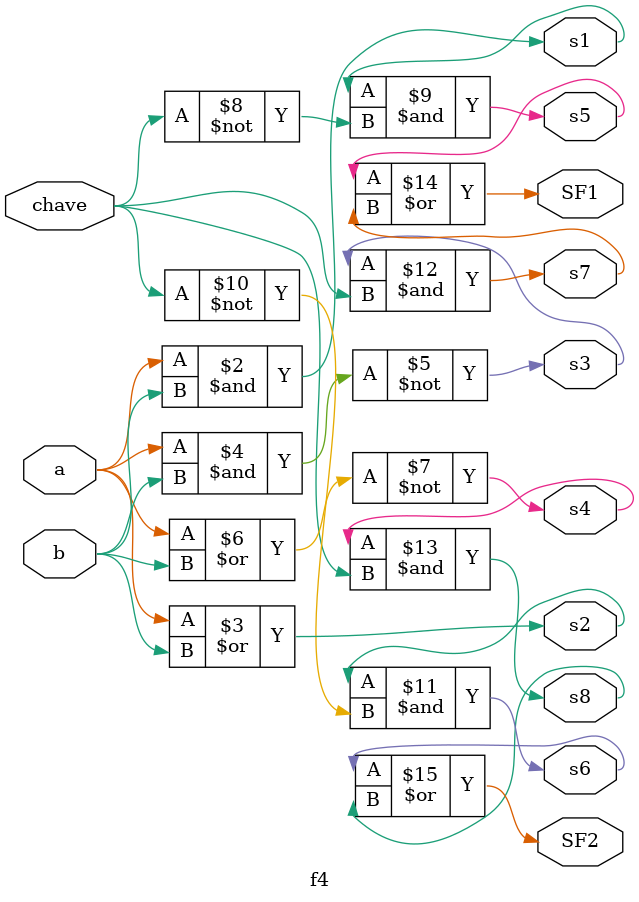
<source format=v>

module f4 (
output s1,
output s2, 
output s3,
output s4, 
output s5,
output s6,
output s7, 
output s8,
output SF1, 
output SF2,
input a, 
input b,

input chave
); 
and AND1 (s1, a,b);
or OR1 (s2, a, b);
nand nand1 (s3,a,b);
nor nor1 (s4,a,b);
and AND2 (s5,s1,~chave);
and AND3 (s6,s2,~chave);
and AND4 (s7,s3,chave);
and AND5 (s8,s4,chave);
or OR3 (SF1,s5,s7);
or OR4 (SF2,s6,s8);

endmodule // f4 
module test_f4; 
// ------------------------- definir dados 
reg  x; 
reg y;
reg c; 
wire z1;
wire z2;
wire z3;
wire z4;
wire z5;
wire z6;
wire z7;
wire z8;
wire zF1;
wire zF2;
f4 modulo (z1,z2,z3,z4,z5,z6,z7,z8,zF1,zF2, x,y, c); 
// ------------------------- parte principal 
initial begin 
$display("Exemplo0033 - Lucas Siqueira Chagas - 380783"); 
$display("Test LU's module"); 

end 
endmodule // test_f4 
</source>
